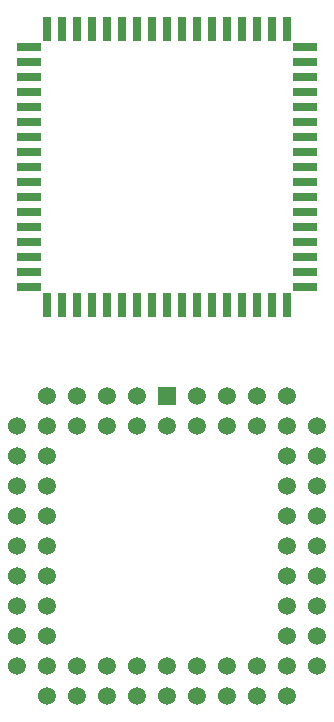
<source format=gbr>
%TF.GenerationSoftware,KiCad,Pcbnew,(5.1.6)-1*%
%TF.CreationDate,2023-06-21T17:15:11-04:00*%
%TF.ProjectId,PLCC68-to-PGA,504c4343-3638-42d7-946f-2d5047412e6b,rev?*%
%TF.SameCoordinates,Original*%
%TF.FileFunction,Soldermask,Bot*%
%TF.FilePolarity,Negative*%
%FSLAX46Y46*%
G04 Gerber Fmt 4.6, Leading zero omitted, Abs format (unit mm)*
G04 Created by KiCad (PCBNEW (5.1.6)-1) date 2023-06-21 17:15:11*
%MOMM*%
%LPD*%
G01*
G04 APERTURE LIST*
%ADD10R,0.800000X2.025000*%
%ADD11R,2.025000X0.800000*%
%ADD12C,1.522400*%
%ADD13R,1.522400X1.522400*%
G04 APERTURE END LIST*
D10*
%TO.C,U1*%
X175889920Y-99698740D03*
X174619920Y-99698740D03*
X173349920Y-99698740D03*
X172079920Y-99698740D03*
X170809920Y-99698740D03*
X169539920Y-99698740D03*
X168269920Y-99698740D03*
X166999920Y-99698740D03*
X165729920Y-99698740D03*
X177159920Y-99698740D03*
X178429920Y-99698740D03*
X179699920Y-99698740D03*
X180969920Y-99698740D03*
X182239920Y-99698740D03*
X183509920Y-99698740D03*
X184779920Y-99698740D03*
X186049920Y-99698740D03*
D11*
X164217420Y-98186240D03*
X164217420Y-96916240D03*
X164217420Y-95646240D03*
X164217420Y-94376240D03*
X164217420Y-93106240D03*
X164217420Y-91836240D03*
X164217420Y-90566240D03*
X164217420Y-89296240D03*
X164217420Y-88026240D03*
X164217420Y-86756240D03*
X164217420Y-85486240D03*
X164217420Y-84216240D03*
X164217420Y-82946240D03*
X164217420Y-81676240D03*
X164217420Y-80406240D03*
X164217420Y-79136240D03*
X164217420Y-77866240D03*
D10*
X165729920Y-76353740D03*
X166999920Y-76353740D03*
X168269920Y-76353740D03*
X169539920Y-76353740D03*
X170809920Y-76353740D03*
X172079920Y-76353740D03*
X173349920Y-76353740D03*
X174619920Y-76353740D03*
X175889920Y-76353740D03*
X177159920Y-76353740D03*
X178429920Y-76353740D03*
X179699920Y-76353740D03*
X180969920Y-76353740D03*
X182239920Y-76353740D03*
X183509920Y-76353740D03*
X184779920Y-76353740D03*
X186049920Y-76353740D03*
D11*
X187562420Y-77866240D03*
X187562420Y-79136240D03*
X187562420Y-80406240D03*
X187562420Y-81676240D03*
X187562420Y-82946240D03*
X187562420Y-84216240D03*
X187562420Y-85486240D03*
X187562420Y-86756240D03*
X187562420Y-88026240D03*
X187562420Y-89296240D03*
X187562420Y-90566240D03*
X187562420Y-91836240D03*
X187562420Y-93106240D03*
X187562420Y-94376240D03*
X187562420Y-95646240D03*
X187562420Y-96916240D03*
X187562420Y-98186240D03*
%TD*%
D12*
%TO.C,U2*%
X175900080Y-109961680D03*
X173360080Y-109961680D03*
X170820080Y-109961680D03*
X168280080Y-109961680D03*
X178440080Y-109961680D03*
X180980080Y-109961680D03*
X183520080Y-109961680D03*
X186060080Y-109961680D03*
D13*
X175900080Y-107421680D03*
D12*
X173360080Y-107421680D03*
X170820080Y-107421680D03*
X168280080Y-107421680D03*
X165740080Y-107421680D03*
X178440080Y-107421680D03*
X180980080Y-107421680D03*
X183520080Y-107421680D03*
X165740080Y-109961680D03*
X165740080Y-112501680D03*
X165740080Y-115041680D03*
X165740080Y-117581680D03*
X165740080Y-120121680D03*
X165740080Y-122661680D03*
X165740080Y-125201680D03*
X165740080Y-127741680D03*
X163200080Y-109961680D03*
X163200080Y-112501680D03*
X163200080Y-115041680D03*
X163200080Y-117581680D03*
X163200080Y-120121680D03*
X163200080Y-122661680D03*
X163200080Y-125201680D03*
X163200080Y-127741680D03*
X163200080Y-130281680D03*
X165740080Y-130281680D03*
X168280080Y-130281680D03*
X170820080Y-130281680D03*
X173360080Y-130281680D03*
X175900080Y-130281680D03*
X178440080Y-130281680D03*
X180980080Y-130281680D03*
X183520080Y-130281680D03*
X188600080Y-130281680D03*
X165740080Y-132821680D03*
X168280080Y-132821680D03*
X170820080Y-132821680D03*
X173360080Y-132821680D03*
X175900080Y-132821680D03*
X178440080Y-132821680D03*
X180980080Y-132821680D03*
X183520080Y-132821680D03*
X186060080Y-132821680D03*
X186060080Y-130281680D03*
X186060080Y-127741680D03*
X186060080Y-125201680D03*
X186060080Y-122661680D03*
X186060080Y-120121680D03*
X186060080Y-117581680D03*
X186060080Y-115041680D03*
X186060080Y-112501680D03*
X186060080Y-107421680D03*
X188600080Y-127741680D03*
X188600080Y-125201680D03*
X188600080Y-122661680D03*
X188600080Y-120121680D03*
X188600080Y-117581680D03*
X188600080Y-115041680D03*
X188600080Y-112501680D03*
X188600080Y-109961680D03*
%TD*%
M02*

</source>
